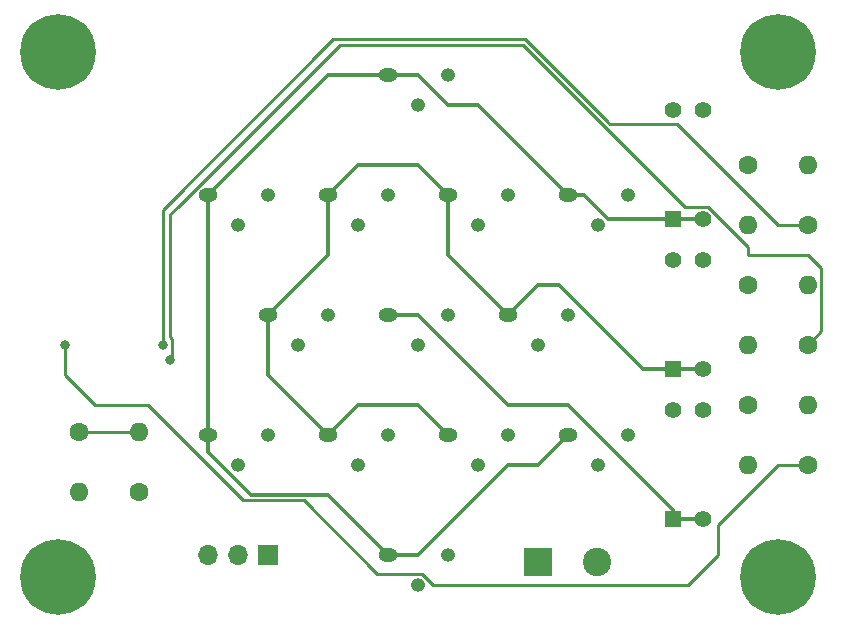
<source format=gbr>
%TF.GenerationSoftware,KiCad,Pcbnew,(6.0.5)*%
%TF.CreationDate,2022-05-16T17:43:26-07:00*%
%TF.ProjectId,hawkeye_driver,6861776b-6579-4655-9f64-72697665722e,A*%
%TF.SameCoordinates,Original*%
%TF.FileFunction,Copper,L2,Bot*%
%TF.FilePolarity,Positive*%
%FSLAX46Y46*%
G04 Gerber Fmt 4.6, Leading zero omitted, Abs format (unit mm)*
G04 Created by KiCad (PCBNEW (6.0.5)) date 2022-05-16 17:43:26*
%MOMM*%
%LPD*%
G01*
G04 APERTURE LIST*
%TA.AperFunction,ComponentPad*%
%ADD10C,1.600000*%
%TD*%
%TA.AperFunction,ComponentPad*%
%ADD11O,1.600000X1.600000*%
%TD*%
%TA.AperFunction,ComponentPad*%
%ADD12O,1.600000X1.200000*%
%TD*%
%TA.AperFunction,ComponentPad*%
%ADD13O,1.200000X1.200000*%
%TD*%
%TA.AperFunction,ComponentPad*%
%ADD14C,1.400000*%
%TD*%
%TA.AperFunction,ComponentPad*%
%ADD15R,1.400000X1.400000*%
%TD*%
%TA.AperFunction,ComponentPad*%
%ADD16R,1.700000X1.700000*%
%TD*%
%TA.AperFunction,ComponentPad*%
%ADD17O,1.700000X1.700000*%
%TD*%
%TA.AperFunction,ComponentPad*%
%ADD18R,2.400000X2.400000*%
%TD*%
%TA.AperFunction,ComponentPad*%
%ADD19C,2.400000*%
%TD*%
%TA.AperFunction,ComponentPad*%
%ADD20C,6.400000*%
%TD*%
%TA.AperFunction,ViaPad*%
%ADD21C,0.800000*%
%TD*%
%TA.AperFunction,Conductor*%
%ADD22C,0.316555*%
%TD*%
%TA.AperFunction,Conductor*%
%ADD23C,0.250000*%
%TD*%
G04 APERTURE END LIST*
D10*
%TO.P,R17,1*%
%TO.N,Net-(R17-Pad1)*%
X172720000Y-93980000D03*
D11*
%TO.P,R17,2*%
%TO.N,Net-(Q1-Pad2)*%
X172720000Y-88900000D03*
%TD*%
D10*
%TO.P,R14,1*%
%TO.N,Net-(Q1-Pad2)*%
X167640000Y-88900000D03*
D11*
%TO.P,R14,2*%
%TO.N,GND*%
X167640000Y-93980000D03*
%TD*%
D12*
%TO.P,R4,1*%
%TO.N,Net-(Q1-Pad1)*%
X132080000Y-101600000D03*
D13*
%TO.P,R4,2*%
%TO.N,VCC*%
X134620000Y-104140000D03*
%TO.P,R4,3*%
%TO.N,N/C*%
X137160000Y-101600000D03*
%TD*%
D12*
%TO.P,R2,1*%
%TO.N,Net-(Q1-Pad1)*%
X147320000Y-91440000D03*
D13*
%TO.P,R2,2*%
%TO.N,VCC*%
X149860000Y-93980000D03*
%TO.P,R2,3*%
%TO.N,N/C*%
X152400000Y-91440000D03*
%TD*%
D10*
%TO.P,R18,1*%
%TO.N,Net-(R18-Pad1)*%
X172720000Y-83820000D03*
D11*
%TO.P,R18,2*%
%TO.N,Net-(Q2-Pad2)*%
X172720000Y-78740000D03*
%TD*%
D14*
%TO.P,Q3,1,D*%
%TO.N,Net-(Q3-Pad1)*%
X163830000Y-108742500D03*
D15*
X161290000Y-108742500D03*
D14*
%TO.P,Q3,2,G*%
%TO.N,Net-(Q3-Pad2)*%
X163830000Y-99537500D03*
%TO.P,Q3,3,S*%
%TO.N,GND*%
X161290000Y-99537500D03*
%TD*%
D12*
%TO.P,R9,1*%
%TO.N,Net-(Q2-Pad1)*%
X152400000Y-101600000D03*
D13*
%TO.P,R9,2*%
%TO.N,VCC*%
X154940000Y-104140000D03*
%TO.P,R9,3*%
%TO.N,N/C*%
X157480000Y-101600000D03*
%TD*%
D15*
%TO.P,Q2,1,D*%
%TO.N,Net-(Q2-Pad1)*%
X161290000Y-83342500D03*
D14*
X163830000Y-83342500D03*
%TO.P,Q2,2,G*%
%TO.N,Net-(Q2-Pad2)*%
X163830000Y-74137500D03*
%TO.P,Q2,3,S*%
%TO.N,GND*%
X161290000Y-74137500D03*
%TD*%
D12*
%TO.P,R5,1*%
%TO.N,Net-(Q1-Pad1)*%
X127000000Y-91440000D03*
D13*
%TO.P,R5,2*%
%TO.N,VCC*%
X129540000Y-93980000D03*
%TO.P,R5,3*%
%TO.N,N/C*%
X132080000Y-91440000D03*
%TD*%
D10*
%TO.P,R21,1*%
%TO.N,/4.78 V (req. > 4V)*%
X110998000Y-101346000D03*
D11*
%TO.P,R21,2*%
%TO.N,GND*%
X110998000Y-106426000D03*
%TD*%
D15*
%TO.P,Q1,1,D*%
%TO.N,Net-(Q1-Pad1)*%
X161290000Y-96042500D03*
D14*
X163830000Y-96042500D03*
%TO.P,Q1,2,G*%
%TO.N,Net-(Q1-Pad2)*%
X163830000Y-86837500D03*
%TO.P,Q1,3,S*%
%TO.N,GND*%
X161290000Y-86837500D03*
%TD*%
D12*
%TO.P,R10,1*%
%TO.N,Net-(Q2-Pad1)*%
X137160000Y-111760000D03*
D13*
%TO.P,R10,2*%
%TO.N,VCC*%
X139700000Y-114300000D03*
%TO.P,R10,3*%
%TO.N,N/C*%
X142240000Y-111760000D03*
%TD*%
D16*
%TO.P,J1,1,Pin_1*%
%TO.N,/SHIFT CLK*%
X127000000Y-111760000D03*
D17*
%TO.P,J1,2,Pin_2*%
%TO.N,/LATCH*%
X124460000Y-111760000D03*
%TO.P,J1,3,Pin_3*%
%TO.N,/SER IN*%
X121920000Y-111760000D03*
%TD*%
D10*
%TO.P,R20,1*%
%TO.N,VCC*%
X116078000Y-106426000D03*
D11*
%TO.P,R20,2*%
%TO.N,/4.78 V (req. > 4V)*%
X116078000Y-101346000D03*
%TD*%
D10*
%TO.P,R19,1*%
%TO.N,Net-(R19-Pad1)*%
X172720000Y-104140000D03*
D11*
%TO.P,R19,2*%
%TO.N,Net-(Q3-Pad2)*%
X172720000Y-99060000D03*
%TD*%
D12*
%TO.P,R3,1*%
%TO.N,Net-(Q1-Pad1)*%
X142240000Y-101600000D03*
D13*
%TO.P,R3,2*%
%TO.N,VCC*%
X144780000Y-104140000D03*
%TO.P,R3,3*%
%TO.N,N/C*%
X147320000Y-101600000D03*
%TD*%
D10*
%TO.P,R15,1*%
%TO.N,Net-(Q2-Pad2)*%
X167640000Y-78740000D03*
D11*
%TO.P,R15,2*%
%TO.N,GND*%
X167640000Y-83820000D03*
%TD*%
D18*
%TO.P,J2,1,Pin_1*%
%TO.N,VCC*%
X149860000Y-112395000D03*
D19*
%TO.P,J2,2,Pin_2*%
%TO.N,GND*%
X154860000Y-112395000D03*
%TD*%
D12*
%TO.P,R1,1*%
%TO.N,Net-(Q1-Pad1)*%
X142240000Y-81280000D03*
D13*
%TO.P,R1,2*%
%TO.N,VCC*%
X144780000Y-83820000D03*
%TO.P,R1,3*%
%TO.N,N/C*%
X147320000Y-81280000D03*
%TD*%
D20*
%TO.P,REF\u002A\u002A,1*%
%TO.N,N/C*%
X109220000Y-113665000D03*
%TD*%
D12*
%TO.P,R12,1*%
%TO.N,Net-(Q2-Pad1)*%
X121920000Y-81280000D03*
D13*
%TO.P,R12,2*%
%TO.N,VCC*%
X124460000Y-83820000D03*
%TO.P,R12,3*%
%TO.N,N/C*%
X127000000Y-81280000D03*
%TD*%
D12*
%TO.P,R11,1*%
%TO.N,Net-(Q2-Pad1)*%
X121920000Y-101600000D03*
D13*
%TO.P,R11,2*%
%TO.N,VCC*%
X124460000Y-104140000D03*
%TO.P,R11,3*%
%TO.N,N/C*%
X127000000Y-101600000D03*
%TD*%
D12*
%TO.P,R13,1*%
%TO.N,Net-(Q3-Pad1)*%
X137160000Y-91440000D03*
D13*
%TO.P,R13,2*%
%TO.N,VCC*%
X139700000Y-93980000D03*
%TO.P,R13,3*%
%TO.N,N/C*%
X142240000Y-91440000D03*
%TD*%
D20*
%TO.P,REF\u002A\u002A,1*%
%TO.N,N/C*%
X170180000Y-113665000D03*
%TD*%
%TO.P,REF\u002A\u002A,1*%
%TO.N,N/C*%
X170180000Y-69215000D03*
%TD*%
D12*
%TO.P,R8,1*%
%TO.N,Net-(Q2-Pad1)*%
X152400000Y-81280000D03*
D13*
%TO.P,R8,2*%
%TO.N,VCC*%
X154940000Y-83820000D03*
%TO.P,R8,3*%
%TO.N,N/C*%
X157480000Y-81280000D03*
%TD*%
D10*
%TO.P,R16,1*%
%TO.N,Net-(Q3-Pad2)*%
X167640000Y-99060000D03*
D11*
%TO.P,R16,2*%
%TO.N,GND*%
X167640000Y-104140000D03*
%TD*%
D20*
%TO.P,REF\u002A\u002A,1*%
%TO.N,N/C*%
X109220000Y-69215000D03*
%TD*%
D12*
%TO.P,R7,1*%
%TO.N,Net-(Q2-Pad1)*%
X137160000Y-71120000D03*
D13*
%TO.P,R7,2*%
%TO.N,VCC*%
X139700000Y-73660000D03*
%TO.P,R7,3*%
%TO.N,N/C*%
X142240000Y-71120000D03*
%TD*%
D12*
%TO.P,R6,1*%
%TO.N,Net-(Q1-Pad1)*%
X132080000Y-81280000D03*
D13*
%TO.P,R6,2*%
%TO.N,VCC*%
X134620000Y-83820000D03*
%TO.P,R6,3*%
%TO.N,N/C*%
X137160000Y-81280000D03*
%TD*%
D21*
%TO.N,Net-(R18-Pad1)*%
X118143121Y-94011498D03*
%TO.N,Net-(R17-Pad1)*%
X118745000Y-95250000D03*
%TO.N,Net-(R19-Pad1)*%
X109855000Y-93980000D03*
%TD*%
D22*
%TO.N,Net-(Q1-Pad1)*%
X134620000Y-78740000D02*
X132080000Y-81280000D01*
X158750000Y-96042500D02*
X151607500Y-88900000D01*
X161290000Y-96042500D02*
X163830000Y-96042500D01*
X147320000Y-91440000D02*
X142240000Y-86360000D01*
X161290000Y-96042500D02*
X158750000Y-96042500D01*
X151607500Y-88900000D02*
X149860000Y-88900000D01*
X149860000Y-88900000D02*
X147320000Y-91440000D01*
X139700000Y-78740000D02*
X134620000Y-78740000D01*
X127000000Y-96520000D02*
X132080000Y-101600000D01*
X132080000Y-86360000D02*
X127000000Y-91440000D01*
X127000000Y-91440000D02*
X127000000Y-96520000D01*
X139700000Y-99060000D02*
X134620000Y-99060000D01*
X134620000Y-99060000D02*
X132080000Y-101600000D01*
X142240000Y-81280000D02*
X139700000Y-78740000D01*
X132080000Y-81280000D02*
X132080000Y-86360000D01*
X142240000Y-101600000D02*
X139700000Y-99060000D01*
X142240000Y-86360000D02*
X142240000Y-81280000D01*
%TO.N,Net-(Q2-Pad1)*%
X139700000Y-111760000D02*
X147320000Y-104140000D01*
X132080000Y-71120000D02*
X121920000Y-81280000D01*
X147320000Y-104140000D02*
X149860000Y-104140000D01*
X121920000Y-81280000D02*
X121920000Y-101600000D01*
X155817018Y-83342500D02*
X153754518Y-81280000D01*
X137160000Y-111760000D02*
X139700000Y-111760000D01*
X121920000Y-101600000D02*
X121920000Y-103037838D01*
X125562162Y-106680000D02*
X132080000Y-106680000D01*
X132080000Y-106680000D02*
X137160000Y-111760000D01*
X152400000Y-81280000D02*
X144780000Y-73660000D01*
X139700000Y-71120000D02*
X137160000Y-71120000D01*
X161290000Y-83342500D02*
X163830000Y-83342500D01*
X149860000Y-104140000D02*
X152400000Y-101600000D01*
X121920000Y-103037838D02*
X125562162Y-106680000D01*
X137160000Y-71120000D02*
X132080000Y-71120000D01*
X153754518Y-81280000D02*
X152400000Y-81280000D01*
X142240000Y-73660000D02*
X139700000Y-71120000D01*
X161290000Y-83342500D02*
X155817018Y-83342500D01*
X144780000Y-73660000D02*
X142240000Y-73660000D01*
%TO.N,Net-(Q3-Pad1)*%
X161290000Y-107950000D02*
X152400000Y-99060000D01*
X152400000Y-99060000D02*
X147320000Y-99060000D01*
X147320000Y-99060000D02*
X139700000Y-91440000D01*
X161290000Y-108742500D02*
X161290000Y-107950000D01*
X139700000Y-91440000D02*
X137160000Y-91440000D01*
X161290000Y-108742500D02*
X163830000Y-108742500D01*
D23*
%TO.N,Net-(R18-Pad1)*%
X172720000Y-83820000D02*
X170180000Y-83820000D01*
X118111623Y-93980000D02*
X118143121Y-94011498D01*
X132529520Y-68130480D02*
X118110000Y-82550000D01*
X161613880Y-75253880D02*
X155886120Y-75253880D01*
X118110000Y-82550000D02*
X118110000Y-93980000D01*
X148762719Y-68130480D02*
X132529520Y-68130480D01*
X118110000Y-93980000D02*
X118111623Y-93980000D01*
X170180000Y-83820000D02*
X161613880Y-75253880D01*
X155794251Y-75162011D02*
X148762719Y-68130480D01*
%TO.N,Net-(R17-Pad1)*%
X118745000Y-93345000D02*
X118867632Y-93467632D01*
X172720000Y-86360000D02*
X167640000Y-86360000D01*
X119380000Y-82312532D02*
X118745000Y-82947532D01*
X162314511Y-82317989D02*
X148576522Y-68580000D01*
X167640000Y-85703622D02*
X164254367Y-82317989D01*
X118867632Y-93467632D02*
X118867632Y-95127368D01*
X173844511Y-87484511D02*
X172720000Y-86360000D01*
X164254367Y-82317989D02*
X162314511Y-82317989D01*
X167640000Y-86360000D02*
X167640000Y-85703622D01*
X118745000Y-82947532D02*
X118745000Y-93345000D01*
X172720000Y-93980000D02*
X173844511Y-92855489D01*
X133112532Y-68580000D02*
X119380000Y-82312532D01*
X118867632Y-95127368D02*
X118745000Y-95250000D01*
X148576522Y-68580000D02*
X133112532Y-68580000D01*
X173844511Y-92855489D02*
X173844511Y-87484511D01*
%TO.N,Net-(R19-Pad1)*%
X109855000Y-96520000D02*
X112386623Y-99051623D01*
X125328904Y-107129520D02*
X125362181Y-107162797D01*
X165100000Y-111760000D02*
X165100000Y-109220000D01*
X141007457Y-114300000D02*
X162560000Y-114300000D01*
X125362181Y-107162797D02*
X130022797Y-107162797D01*
X124909520Y-107129520D02*
X125328904Y-107129520D01*
X162560000Y-114300000D02*
X165100000Y-111760000D01*
X112386623Y-99051623D02*
X116831623Y-99051623D01*
X109855000Y-93980000D02*
X109855000Y-96520000D01*
X170180000Y-104140000D02*
X172720000Y-104140000D01*
X130022797Y-107162797D02*
X136235489Y-113375489D01*
X140082946Y-113375489D02*
X141007457Y-114300000D01*
X116831623Y-99051623D02*
X124909520Y-107129520D01*
X136235489Y-113375489D02*
X140082946Y-113375489D01*
X165100000Y-109220000D02*
X170180000Y-104140000D01*
%TO.N,/4.78 V (req. > 4V)*%
X116078000Y-101346000D02*
X110998000Y-101346000D01*
%TD*%
M02*

</source>
